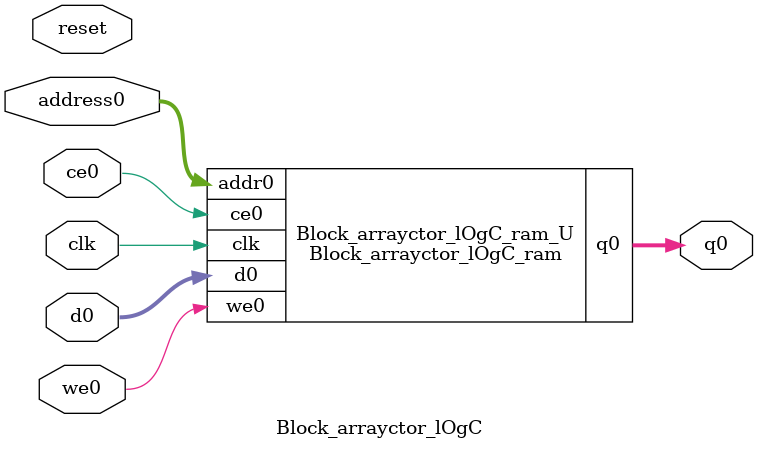
<source format=v>
`timescale 1 ns / 1 ps
module Block_arrayctor_lOgC_ram (addr0, ce0, d0, we0, q0,  clk);

parameter DWIDTH = 16;
parameter AWIDTH = 19;
parameter MEM_SIZE = 409600;

input[AWIDTH-1:0] addr0;
input ce0;
input[DWIDTH-1:0] d0;
input we0;
output reg[DWIDTH-1:0] q0;
input clk;

(* ram_style = "block" *)reg [DWIDTH-1:0] ram[0:MEM_SIZE-1];




always @(posedge clk)  
begin 
    if (ce0) begin
        if (we0) 
            ram[addr0] <= d0; 
        q0 <= ram[addr0];
    end
end


endmodule

`timescale 1 ns / 1 ps
module Block_arrayctor_lOgC(
    reset,
    clk,
    address0,
    ce0,
    we0,
    d0,
    q0);

parameter DataWidth = 32'd16;
parameter AddressRange = 32'd409600;
parameter AddressWidth = 32'd19;
input reset;
input clk;
input[AddressWidth - 1:0] address0;
input ce0;
input we0;
input[DataWidth - 1:0] d0;
output[DataWidth - 1:0] q0;



Block_arrayctor_lOgC_ram Block_arrayctor_lOgC_ram_U(
    .clk( clk ),
    .addr0( address0 ),
    .ce0( ce0 ),
    .we0( we0 ),
    .d0( d0 ),
    .q0( q0 ));

endmodule


</source>
